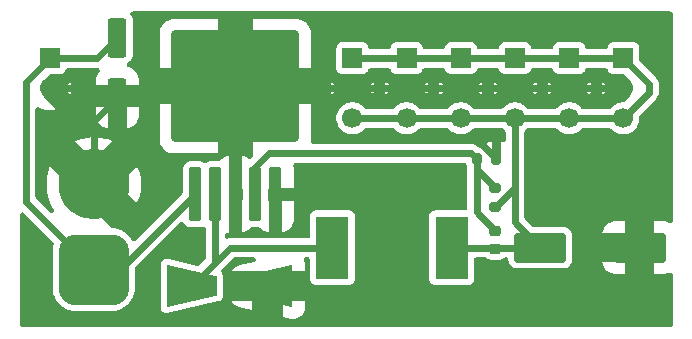
<source format=gbr>
%TF.GenerationSoftware,KiCad,Pcbnew,9.0.1*%
%TF.CreationDate,2025-04-11T16:24:36+02:00*%
%TF.ProjectId,Alimentation_DC_DC,416c696d-656e-4746-9174-696f6e5f4443,rev?*%
%TF.SameCoordinates,Original*%
%TF.FileFunction,Copper,L1,Top*%
%TF.FilePolarity,Positive*%
%FSLAX46Y46*%
G04 Gerber Fmt 4.6, Leading zero omitted, Abs format (unit mm)*
G04 Created by KiCad (PCBNEW 9.0.1) date 2025-04-11 16:24:36*
%MOMM*%
%LPD*%
G01*
G04 APERTURE LIST*
G04 Aperture macros list*
%AMRoundRect*
0 Rectangle with rounded corners*
0 $1 Rounding radius*
0 $2 $3 $4 $5 $6 $7 $8 $9 X,Y pos of 4 corners*
0 Add a 4 corners polygon primitive as box body*
4,1,4,$2,$3,$4,$5,$6,$7,$8,$9,$2,$3,0*
0 Add four circle primitives for the rounded corners*
1,1,$1+$1,$2,$3*
1,1,$1+$1,$4,$5*
1,1,$1+$1,$6,$7*
1,1,$1+$1,$8,$9*
0 Add four rect primitives between the rounded corners*
20,1,$1+$1,$2,$3,$4,$5,0*
20,1,$1+$1,$4,$5,$6,$7,0*
20,1,$1+$1,$6,$7,$8,$9,0*
20,1,$1+$1,$8,$9,$2,$3,0*%
%AMOutline4P*
0 Free polygon, 4 corners , with rotation*
0 The origin of the aperture is its center*
0 number of corners: always 4*
0 $1 to $8 corner X, Y*
0 $9 Rotation angle, in degrees counterclockwise*
0 create outline with 4 corners*
4,1,4,$1,$2,$3,$4,$5,$6,$7,$8,$1,$2,$9*%
G04 Aperture macros list end*
%TA.AperFunction,ComponentPad*%
%ADD10R,1.700000X1.700000*%
%TD*%
%TA.AperFunction,ComponentPad*%
%ADD11C,1.700000*%
%TD*%
%TA.AperFunction,SMDPad,CuDef*%
%ADD12RoundRect,0.250000X0.300000X-2.050000X0.300000X2.050000X-0.300000X2.050000X-0.300000X-2.050000X0*%
%TD*%
%TA.AperFunction,SMDPad,CuDef*%
%ADD13RoundRect,0.250002X5.149998X-4.449998X5.149998X4.449998X-5.149998X4.449998X-5.149998X-4.449998X0*%
%TD*%
%TA.AperFunction,SMDPad,CuDef*%
%ADD14RoundRect,0.200000X-0.200000X-0.275000X0.200000X-0.275000X0.200000X0.275000X-0.200000X0.275000X0*%
%TD*%
%TA.AperFunction,SMDPad,CuDef*%
%ADD15RoundRect,0.200000X-0.275000X0.200000X-0.275000X-0.200000X0.275000X-0.200000X0.275000X0.200000X0*%
%TD*%
%TA.AperFunction,SMDPad,CuDef*%
%ADD16R,2.800000X5.300000*%
%TD*%
%TA.AperFunction,ComponentPad*%
%ADD17RoundRect,1.500000X1.500000X-1.500000X1.500000X1.500000X-1.500000X1.500000X-1.500000X-1.500000X0*%
%TD*%
%TA.AperFunction,ComponentPad*%
%ADD18C,6.000000*%
%TD*%
%TA.AperFunction,SMDPad,CuDef*%
%ADD19Outline4P,-2.150000X-1.800000X2.150000X-0.800000X2.150000X0.800000X-2.150000X1.800000X0.000000*%
%TD*%
%TA.AperFunction,SMDPad,CuDef*%
%ADD20Outline4P,-2.150000X-1.800000X2.150000X-0.800000X2.150000X0.800000X-2.150000X1.800000X180.000000*%
%TD*%
%TA.AperFunction,SMDPad,CuDef*%
%ADD21RoundRect,0.225000X0.250000X-0.225000X0.250000X0.225000X-0.250000X0.225000X-0.250000X-0.225000X0*%
%TD*%
%TA.AperFunction,SMDPad,CuDef*%
%ADD22RoundRect,0.250000X-0.550000X1.412500X-0.550000X-1.412500X0.550000X-1.412500X0.550000X1.412500X0*%
%TD*%
%TA.AperFunction,SMDPad,CuDef*%
%ADD23RoundRect,0.250000X-1.950000X-1.000000X1.950000X-1.000000X1.950000X1.000000X-1.950000X1.000000X0*%
%TD*%
%TA.AperFunction,Conductor*%
%ADD24C,0.600000*%
%TD*%
G04 APERTURE END LIST*
D10*
%TO.P,J8,1,Pin_1*%
%TO.N,Net-(J1-Pin_1)*%
X133750000Y-66975000D03*
D11*
%TO.P,J8,2,Pin_2*%
%TO.N,GND*%
X133750000Y-69515000D03*
%TD*%
D12*
%TO.P,U1,1,VIN*%
%TO.N,Net-(J1-Pin_1)*%
X146075000Y-78475000D03*
%TO.P,U1,2,OUT*%
%TO.N,Net-(D1-K)*%
X147775000Y-78475000D03*
%TO.P,U1,3,GND*%
%TO.N,GND*%
X149475000Y-78475000D03*
D13*
X149475000Y-69325000D03*
D12*
%TO.P,U1,4,FB*%
%TO.N,Net-(U1-FB)*%
X151175000Y-78475000D03*
%TO.P,U1,5,~{ON}/OFF*%
%TO.N,GND*%
X152875000Y-78475000D03*
%TD*%
D14*
%TO.P,R2,1*%
%TO.N,Net-(U1-FB)*%
X169925000Y-75500000D03*
%TO.P,R2,2*%
%TO.N,GND*%
X171575000Y-75500000D03*
%TD*%
D15*
%TO.P,R1,1*%
%TO.N,Net-(U1-FB)*%
X171500000Y-77925000D03*
%TO.P,R1,2*%
%TO.N,Net-(J2-Pin_1)*%
X171500000Y-79575000D03*
%TD*%
D16*
%TO.P,L1,1,1*%
%TO.N,Net-(D1-K)*%
X157700000Y-83000000D03*
%TO.P,L1,2,2*%
%TO.N,Net-(J2-Pin_1)*%
X167800000Y-83000000D03*
%TD*%
D10*
%TO.P,J7,1,Pin_1*%
%TO.N,Net-(J2-Pin_1)*%
X182340000Y-66960000D03*
D11*
%TO.P,J7,2,Pin_2*%
%TO.N,GND*%
X182340000Y-69500000D03*
%TO.P,J7,3,Pin_3*%
%TO.N,Net-(J2-Pin_1)*%
X182340000Y-72040000D03*
%TD*%
D10*
%TO.P,J6,1,Pin_1*%
%TO.N,Net-(J2-Pin_1)*%
X177750000Y-66960000D03*
D11*
%TO.P,J6,2,Pin_2*%
%TO.N,GND*%
X177750000Y-69500000D03*
%TO.P,J6,3,Pin_3*%
%TO.N,Net-(J2-Pin_1)*%
X177750000Y-72040000D03*
%TD*%
D10*
%TO.P,J5,1,Pin_1*%
%TO.N,Net-(J2-Pin_1)*%
X173160000Y-66960000D03*
D11*
%TO.P,J5,2,Pin_2*%
%TO.N,GND*%
X173160000Y-69500000D03*
%TO.P,J5,3,Pin_3*%
%TO.N,Net-(J2-Pin_1)*%
X173160000Y-72040000D03*
%TD*%
D10*
%TO.P,J4,1,Pin_1*%
%TO.N,Net-(J2-Pin_1)*%
X168570000Y-66960000D03*
D11*
%TO.P,J4,2,Pin_2*%
%TO.N,GND*%
X168570000Y-69500000D03*
%TO.P,J4,3,Pin_3*%
%TO.N,Net-(J2-Pin_1)*%
X168570000Y-72040000D03*
%TD*%
D10*
%TO.P,J3,1,Pin_1*%
%TO.N,Net-(J2-Pin_1)*%
X163980000Y-66960000D03*
D11*
%TO.P,J3,2,Pin_2*%
%TO.N,GND*%
X163980000Y-69500000D03*
%TO.P,J3,3,Pin_3*%
%TO.N,Net-(J2-Pin_1)*%
X163980000Y-72040000D03*
%TD*%
D10*
%TO.P,J2,1,Pin_1*%
%TO.N,Net-(J2-Pin_1)*%
X159390000Y-66960000D03*
D11*
%TO.P,J2,2,Pin_2*%
%TO.N,GND*%
X159390000Y-69500000D03*
%TO.P,J2,3,Pin_3*%
%TO.N,Net-(J2-Pin_1)*%
X159390000Y-72040000D03*
%TD*%
D17*
%TO.P,J1,1,Pin_1*%
%TO.N,Net-(J1-Pin_1)*%
X137500000Y-84850000D03*
D18*
%TO.P,J1,2,Pin_2*%
%TO.N,GND*%
X137500000Y-77650000D03*
%TD*%
D19*
%TO.P,D1,1,K*%
%TO.N,Net-(D1-K)*%
X145800000Y-86250000D03*
D20*
%TO.P,D1,2,A*%
%TO.N,GND*%
X152200000Y-86250000D03*
%TD*%
D21*
%TO.P,C3,1*%
%TO.N,Net-(J2-Pin_1)*%
X171500000Y-83100000D03*
%TO.P,C3,2*%
%TO.N,Net-(U1-FB)*%
X171500000Y-81550000D03*
%TD*%
D22*
%TO.P,C2,1*%
%TO.N,Net-(J1-Pin_1)*%
X139500000Y-65212500D03*
%TO.P,C2,2*%
%TO.N,GND*%
X139500000Y-70287500D03*
%TD*%
D23*
%TO.P,C1,1*%
%TO.N,Net-(J2-Pin_1)*%
X175300000Y-83000000D03*
%TO.P,C1,2*%
%TO.N,GND*%
X183700000Y-83000000D03*
%TD*%
D24*
%TO.N,Net-(J1-Pin_1)*%
X137500000Y-84850000D02*
X131750000Y-79100000D01*
X131750000Y-79100000D02*
X131750000Y-68975000D01*
X131750000Y-68975000D02*
X133750000Y-66975000D01*
%TO.N,GND*%
X156750000Y-69500000D02*
X156750000Y-73250000D01*
X156750000Y-73250000D02*
X157250000Y-73750000D01*
X157250000Y-73750000D02*
X169825000Y-73750000D01*
X169825000Y-73750000D02*
X171575000Y-75500000D01*
X182340000Y-69500000D02*
X156750000Y-69500000D01*
%TO.N,Net-(J2-Pin_1)*%
X182340000Y-72040000D02*
X184510000Y-69870000D01*
X184510000Y-69870000D02*
X184510000Y-69130000D01*
X184510000Y-69130000D02*
X182340000Y-66960000D01*
%TO.N,Net-(U1-FB)*%
X151175000Y-78475000D02*
X151175000Y-76175000D01*
X151175000Y-76175000D02*
X152350000Y-75000000D01*
X152350000Y-75000000D02*
X169425000Y-75000000D01*
X169425000Y-75000000D02*
X169925000Y-75500000D01*
%TO.N,GND*%
X149475000Y-78475000D02*
X149475000Y-69325000D01*
%TO.N,Net-(U1-FB)*%
X171500000Y-81550000D02*
X169925000Y-79975000D01*
X169925000Y-79975000D02*
X169925000Y-75500000D01*
X169925000Y-75500000D02*
X169925000Y-76350000D01*
X169925000Y-76350000D02*
X171500000Y-77925000D01*
%TO.N,Net-(J2-Pin_1)*%
X175300000Y-83000000D02*
X173160000Y-80860000D01*
X173160000Y-80860000D02*
X173160000Y-77915000D01*
%TO.N,GND*%
X156750000Y-69500000D02*
X140287500Y-69500000D01*
X140287500Y-69500000D02*
X139500000Y-70287500D01*
X133750000Y-69515000D02*
X138727500Y-69515000D01*
X138727500Y-69515000D02*
X139500000Y-70287500D01*
X137500000Y-77650000D02*
X137500000Y-72287500D01*
X137500000Y-72287500D02*
X139500000Y-70287500D01*
%TO.N,Net-(J1-Pin_1)*%
X133750000Y-66975000D02*
X137737500Y-66975000D01*
X137737500Y-66975000D02*
X139500000Y-65212500D01*
%TO.N,Net-(J2-Pin_1)*%
X159390000Y-66960000D02*
X182340000Y-66960000D01*
X159390000Y-72040000D02*
X182340000Y-72040000D01*
X173160000Y-72040000D02*
X173160000Y-77915000D01*
X173160000Y-77915000D02*
X171500000Y-79575000D01*
X175300000Y-83000000D02*
X171600000Y-83000000D01*
X171600000Y-83000000D02*
X171500000Y-83100000D01*
X167800000Y-83000000D02*
X171400000Y-83000000D01*
X171400000Y-83000000D02*
X171500000Y-83100000D01*
%TO.N,Net-(D1-K)*%
X147775000Y-84275000D02*
X149050000Y-83000000D01*
X149050000Y-83000000D02*
X157700000Y-83000000D01*
X145800000Y-86250000D02*
X147775000Y-84275000D01*
X147775000Y-84275000D02*
X147775000Y-78475000D01*
%TO.N,Net-(J1-Pin_1)*%
X137500000Y-84850000D02*
X139700000Y-84850000D01*
X139700000Y-84850000D02*
X146075000Y-78475000D01*
%TD*%
%TA.AperFunction,Conductor*%
%TO.N,GND*%
G36*
X186386843Y-63020207D02*
G01*
X186456084Y-63075426D01*
X186494511Y-63155218D01*
X186499500Y-63199500D01*
X186499500Y-80703999D01*
X186479793Y-80790342D01*
X186424574Y-80859583D01*
X186344782Y-80898010D01*
X186256218Y-80898010D01*
X186218202Y-80885184D01*
X186064516Y-80815376D01*
X186064509Y-80815374D01*
X185846338Y-80760401D01*
X185714183Y-80750000D01*
X184950000Y-80750000D01*
X184950000Y-85249999D01*
X185714183Y-85249999D01*
X185846331Y-85239599D01*
X186064515Y-85184623D01*
X186218201Y-85114815D01*
X186304964Y-85097050D01*
X186390843Y-85118689D01*
X186458829Y-85175447D01*
X186495455Y-85256082D01*
X186499500Y-85296000D01*
X186499500Y-89550500D01*
X186479793Y-89636843D01*
X186424574Y-89706084D01*
X186344782Y-89744511D01*
X186300500Y-89749500D01*
X131449500Y-89749500D01*
X131363157Y-89729793D01*
X131293916Y-89674574D01*
X131255489Y-89594782D01*
X131250500Y-89550500D01*
X131250500Y-88879009D01*
X153500000Y-88879009D01*
X154176123Y-89036248D01*
X154311572Y-89054421D01*
X154514540Y-89041597D01*
X154710780Y-88988177D01*
X154710789Y-88988174D01*
X154892252Y-88896347D01*
X154892254Y-88896345D01*
X155051521Y-88769867D01*
X155051522Y-88769865D01*
X155182063Y-88613922D01*
X155182069Y-88613914D01*
X155278550Y-88434880D01*
X155278555Y-88434869D01*
X155337019Y-88240087D01*
X155349999Y-88104053D01*
X155350000Y-88104051D01*
X155350000Y-87550000D01*
X153500000Y-87550000D01*
X153500000Y-88879009D01*
X131250500Y-88879009D01*
X131250500Y-80213006D01*
X131270207Y-80126663D01*
X131325426Y-80057422D01*
X131405218Y-80018995D01*
X131493782Y-80018995D01*
X131573574Y-80057422D01*
X131590214Y-80072292D01*
X134046932Y-82529010D01*
X134094051Y-82603998D01*
X134103967Y-82692005D01*
X134092671Y-82739266D01*
X134075631Y-82784951D01*
X134075628Y-82784962D01*
X134014804Y-83064570D01*
X133999500Y-83278551D01*
X133999500Y-86421448D01*
X134014803Y-86635427D01*
X134075631Y-86915048D01*
X134175633Y-87183161D01*
X134312771Y-87434311D01*
X134312774Y-87434315D01*
X134484261Y-87663395D01*
X134484265Y-87663399D01*
X134484268Y-87663403D01*
X134686596Y-87865731D01*
X134686599Y-87865733D01*
X134686605Y-87865739D01*
X134837306Y-87978552D01*
X134915688Y-88037228D01*
X135027088Y-88098057D01*
X135166839Y-88174367D01*
X135434954Y-88274369D01*
X135714572Y-88335196D01*
X135928552Y-88350500D01*
X135928564Y-88350500D01*
X139071436Y-88350500D01*
X139071448Y-88350500D01*
X139285428Y-88335196D01*
X139565046Y-88274369D01*
X139833161Y-88174367D01*
X140084315Y-88037226D01*
X140313395Y-87865739D01*
X140515739Y-87663395D01*
X140687226Y-87434315D01*
X140824367Y-87183161D01*
X140924369Y-86915046D01*
X140985196Y-86635428D01*
X141000500Y-86421448D01*
X141000500Y-84764005D01*
X141020207Y-84677662D01*
X141058783Y-84623294D01*
X144815919Y-80866157D01*
X144890905Y-80819040D01*
X144978912Y-80809124D01*
X145062505Y-80838375D01*
X145125129Y-80900999D01*
X145125967Y-80902345D01*
X145182288Y-80993656D01*
X145306344Y-81117712D01*
X145455666Y-81209814D01*
X145622203Y-81264999D01*
X145724991Y-81275500D01*
X146425008Y-81275499D01*
X146527797Y-81264999D01*
X146694334Y-81209814D01*
X146694336Y-81209812D01*
X146705335Y-81206168D01*
X146705958Y-81208050D01*
X146777970Y-81192552D01*
X146864061Y-81213330D01*
X146932612Y-81269403D01*
X146970045Y-81349666D01*
X146974500Y-81391537D01*
X146974500Y-83860993D01*
X146954793Y-83947336D01*
X146916214Y-84001707D01*
X146431288Y-84486632D01*
X146356299Y-84533751D01*
X146268293Y-84543667D01*
X146245498Y-84539746D01*
X143868706Y-83987005D01*
X143709520Y-83949985D01*
X143709519Y-83949984D01*
X143709511Y-83949983D01*
X143709509Y-83949982D01*
X143671662Y-83944816D01*
X143528458Y-83959177D01*
X143395097Y-84013304D01*
X143395095Y-84013305D01*
X143282393Y-84102803D01*
X143282391Y-84102805D01*
X143199469Y-84220433D01*
X143199468Y-84220435D01*
X143199467Y-84220437D01*
X143176254Y-84288551D01*
X143153041Y-84356668D01*
X143149500Y-84394714D01*
X143149500Y-88105291D01*
X143153041Y-88143331D01*
X143153043Y-88143340D01*
X143186014Y-88240087D01*
X143199467Y-88279563D01*
X143282393Y-88397194D01*
X143329835Y-88434869D01*
X143395099Y-88486698D01*
X143528451Y-88540819D01*
X143528456Y-88540821D01*
X143671660Y-88555183D01*
X143671661Y-88555182D01*
X143671664Y-88555183D01*
X143709500Y-88550018D01*
X143709503Y-88550017D01*
X143709512Y-88550016D01*
X148009580Y-87550000D01*
X149182272Y-87550000D01*
X149203652Y-87592249D01*
X149330134Y-87751522D01*
X149486077Y-87882063D01*
X149486085Y-87882069D01*
X149665123Y-87978552D01*
X149762537Y-88009834D01*
X150900000Y-88274359D01*
X150900000Y-87550000D01*
X149182272Y-87550000D01*
X148009580Y-87550000D01*
X148104472Y-87527932D01*
X148154107Y-87509821D01*
X148179561Y-87500534D01*
X148179561Y-87500533D01*
X148179563Y-87500533D01*
X148297194Y-87417608D01*
X148386697Y-87304901D01*
X148440822Y-87171544D01*
X148450500Y-87092198D01*
X148450500Y-85407803D01*
X148440821Y-85328456D01*
X148440820Y-85328454D01*
X148440820Y-85328452D01*
X148386697Y-85195098D01*
X148346986Y-85145094D01*
X148320138Y-85111285D01*
X148315337Y-85101264D01*
X148307479Y-85093406D01*
X148296387Y-85061708D01*
X148281875Y-85031416D01*
X148281897Y-85020300D01*
X148278228Y-85009813D01*
X148281987Y-84976441D01*
X148282056Y-84942853D01*
X148286897Y-84932851D01*
X148288142Y-84921807D01*
X148306010Y-84893369D01*
X148320645Y-84863139D01*
X148335253Y-84846823D01*
X148396789Y-84785289D01*
X148396789Y-84785288D01*
X149323291Y-83858786D01*
X149398280Y-83811667D01*
X149464005Y-83800500D01*
X150993863Y-83800500D01*
X151080206Y-83820207D01*
X151149447Y-83875426D01*
X151187874Y-83955218D01*
X151187874Y-84043782D01*
X151149447Y-84123574D01*
X151080206Y-84178793D01*
X151038939Y-84193328D01*
X149762536Y-84490165D01*
X149762520Y-84490170D01*
X149665123Y-84521446D01*
X149486082Y-84617932D01*
X149486077Y-84617936D01*
X149330134Y-84748477D01*
X149330132Y-84748478D01*
X149203653Y-84907746D01*
X149182271Y-84949999D01*
X149182271Y-84950000D01*
X155350000Y-84950000D01*
X155350000Y-84395954D01*
X155349999Y-84395951D01*
X155337020Y-84259918D01*
X155337018Y-84259908D01*
X155276027Y-84056710D01*
X155270080Y-83968346D01*
X155303061Y-83886153D01*
X155368439Y-83826410D01*
X155453263Y-83800949D01*
X155466626Y-83800500D01*
X155600501Y-83800500D01*
X155686844Y-83820207D01*
X155756085Y-83875426D01*
X155794512Y-83955218D01*
X155799501Y-83999500D01*
X155799501Y-85697876D01*
X155805908Y-85757481D01*
X155856203Y-85892329D01*
X155856207Y-85892335D01*
X155942453Y-86007546D01*
X156028219Y-86071750D01*
X156057669Y-86093796D01*
X156192517Y-86144091D01*
X156252127Y-86150500D01*
X159147872Y-86150499D01*
X159147876Y-86150499D01*
X159187612Y-86146227D01*
X159207483Y-86144091D01*
X159342331Y-86093796D01*
X159457546Y-86007546D01*
X159543796Y-85892331D01*
X159594091Y-85757483D01*
X159600500Y-85697873D01*
X159600499Y-80302128D01*
X159600499Y-80302127D01*
X159600499Y-80302123D01*
X159594091Y-80242518D01*
X159543796Y-80107670D01*
X159543796Y-80107669D01*
X159467669Y-80005976D01*
X159457546Y-79992453D01*
X159342335Y-79906207D01*
X159342331Y-79906204D01*
X159207483Y-79855909D01*
X159147873Y-79849500D01*
X159147867Y-79849500D01*
X156252123Y-79849500D01*
X156192518Y-79855908D01*
X156057670Y-79906203D01*
X156057664Y-79906207D01*
X155942453Y-79992453D01*
X155856207Y-80107664D01*
X155856204Y-80107669D01*
X155805909Y-80242517D01*
X155799500Y-80302127D01*
X155799500Y-80302128D01*
X155799500Y-80302132D01*
X155799500Y-82000500D01*
X155779793Y-82086843D01*
X155724574Y-82156084D01*
X155644782Y-82194511D01*
X155600500Y-82199500D01*
X149128842Y-82199500D01*
X148971157Y-82199500D01*
X148937230Y-82206248D01*
X148903303Y-82212997D01*
X148813323Y-82230895D01*
X148771803Y-82229730D01*
X148730218Y-82229730D01*
X148727645Y-82228491D01*
X148724794Y-82228411D01*
X148687876Y-82209338D01*
X148650426Y-82191303D01*
X148648646Y-82189072D01*
X148646111Y-82187762D01*
X148621122Y-82154558D01*
X148595207Y-82122062D01*
X148594571Y-82119278D01*
X148592856Y-82116999D01*
X148575500Y-82035719D01*
X148575500Y-81918375D01*
X148595207Y-81832032D01*
X148650426Y-81762791D01*
X148730218Y-81724364D01*
X148818782Y-81724364D01*
X148823123Y-81725407D01*
X148924999Y-81751077D01*
X148925000Y-81751077D01*
X148925000Y-75230000D01*
X150025000Y-75230000D01*
X150025000Y-77925000D01*
X150066214Y-77966214D01*
X150113333Y-78041202D01*
X150124500Y-78106928D01*
X150124500Y-78843071D01*
X150104793Y-78929414D01*
X150066215Y-78983785D01*
X150025000Y-79025000D01*
X150025000Y-81751077D01*
X150189509Y-81709625D01*
X150189511Y-81709624D01*
X150394378Y-81616569D01*
X150579331Y-81488434D01*
X150579338Y-81488428D01*
X150733979Y-81333786D01*
X150808967Y-81286667D01*
X150874688Y-81275499D01*
X151475304Y-81275499D01*
X151561647Y-81295206D01*
X151616018Y-81333785D01*
X151770661Y-81488428D01*
X151770668Y-81488434D01*
X151955621Y-81616569D01*
X152160488Y-81709624D01*
X152160490Y-81709625D01*
X152324999Y-81751077D01*
X152325000Y-81751077D01*
X153425000Y-81751077D01*
X153589509Y-81709625D01*
X153589511Y-81709624D01*
X153794378Y-81616569D01*
X153979331Y-81488434D01*
X153979338Y-81488428D01*
X154138428Y-81329338D01*
X154138434Y-81329331D01*
X154266569Y-81144378D01*
X154359624Y-80939511D01*
X154359625Y-80939509D01*
X154414598Y-80721338D01*
X154425000Y-80589182D01*
X154425000Y-79025000D01*
X153425000Y-79025000D01*
X153425000Y-81751077D01*
X152325000Y-81751077D01*
X152325000Y-79025000D01*
X152283785Y-78983785D01*
X152236666Y-78908797D01*
X152225499Y-78843074D01*
X152225499Y-78123998D01*
X152245206Y-78037657D01*
X152300425Y-77968416D01*
X152380217Y-77929989D01*
X152424499Y-77925000D01*
X154424999Y-77925000D01*
X154424999Y-76360816D01*
X154414599Y-76228668D01*
X154369107Y-76048123D01*
X154367121Y-75959582D01*
X154403747Y-75878947D01*
X154471733Y-75822189D01*
X154557612Y-75800550D01*
X154562076Y-75800500D01*
X168852797Y-75800500D01*
X168882885Y-75807367D01*
X168913629Y-75810026D01*
X168925586Y-75817113D01*
X168939140Y-75820207D01*
X168963269Y-75839449D01*
X168989814Y-75855184D01*
X168996529Y-75865974D01*
X169008381Y-75875426D01*
X169038862Y-75928925D01*
X169040996Y-75934551D01*
X169081522Y-76064606D01*
X169105153Y-76103696D01*
X169111565Y-76120600D01*
X169115235Y-76147001D01*
X169123604Y-76172310D01*
X169124500Y-76191175D01*
X169124500Y-79650500D01*
X169104793Y-79736843D01*
X169049574Y-79806084D01*
X168969782Y-79844511D01*
X168925500Y-79849500D01*
X166352123Y-79849500D01*
X166292518Y-79855908D01*
X166157670Y-79906203D01*
X166157664Y-79906207D01*
X166042453Y-79992453D01*
X165956207Y-80107664D01*
X165956204Y-80107669D01*
X165905909Y-80242517D01*
X165899500Y-80302127D01*
X165899500Y-80302128D01*
X165899500Y-80302132D01*
X165899500Y-85697876D01*
X165905908Y-85757481D01*
X165956203Y-85892329D01*
X165956207Y-85892335D01*
X166042453Y-86007546D01*
X166128219Y-86071750D01*
X166157669Y-86093796D01*
X166292517Y-86144091D01*
X166352127Y-86150500D01*
X169247872Y-86150499D01*
X169247876Y-86150499D01*
X169287612Y-86146227D01*
X169307483Y-86144091D01*
X169442331Y-86093796D01*
X169557546Y-86007546D01*
X169643796Y-85892331D01*
X169694091Y-85757483D01*
X169700500Y-85697873D01*
X169700500Y-83999500D01*
X169720207Y-83913157D01*
X169775426Y-83843916D01*
X169855218Y-83805489D01*
X169899500Y-83800500D01*
X170617059Y-83800500D01*
X170703402Y-83820207D01*
X170757773Y-83858786D01*
X170796951Y-83897964D01*
X170796953Y-83897965D01*
X170796956Y-83897968D01*
X170896192Y-83959178D01*
X170941306Y-83987005D01*
X171102285Y-84040347D01*
X171102286Y-84040347D01*
X171102292Y-84040349D01*
X171201655Y-84050500D01*
X171798344Y-84050499D01*
X171897708Y-84040349D01*
X171897712Y-84040348D01*
X172058693Y-83987005D01*
X172058695Y-83987003D01*
X172058697Y-83987003D01*
X172203044Y-83897968D01*
X172214859Y-83886153D01*
X172242227Y-83858786D01*
X172270496Y-83841022D01*
X172296598Y-83820207D01*
X172307631Y-83817688D01*
X172317215Y-83811667D01*
X172382941Y-83800500D01*
X172400501Y-83800500D01*
X172486844Y-83820207D01*
X172556085Y-83875426D01*
X172594512Y-83955218D01*
X172599501Y-83999500D01*
X172599501Y-84050013D01*
X172610000Y-84152795D01*
X172632413Y-84220433D01*
X172665186Y-84319334D01*
X172757288Y-84468656D01*
X172881344Y-84592712D01*
X173030666Y-84684814D01*
X173197203Y-84739999D01*
X173299991Y-84750500D01*
X177300008Y-84750499D01*
X177402797Y-84739999D01*
X177569334Y-84684814D01*
X177718656Y-84592712D01*
X177842712Y-84468656D01*
X177934814Y-84319334D01*
X177957789Y-84250000D01*
X180523922Y-84250000D01*
X180565374Y-84414509D01*
X180565375Y-84414511D01*
X180658430Y-84619378D01*
X180786565Y-84804331D01*
X180786571Y-84804338D01*
X180945661Y-84963428D01*
X180945668Y-84963434D01*
X181130621Y-85091569D01*
X181335488Y-85184624D01*
X181335490Y-85184625D01*
X181553661Y-85239598D01*
X181685816Y-85249999D01*
X182449999Y-85249999D01*
X182450000Y-85249998D01*
X182450000Y-84250000D01*
X180523922Y-84250000D01*
X177957789Y-84250000D01*
X177989999Y-84152797D01*
X178000500Y-84050009D01*
X178000499Y-81949992D01*
X177989999Y-81847203D01*
X177957789Y-81749999D01*
X180523922Y-81749999D01*
X180523923Y-81750000D01*
X182450000Y-81750000D01*
X182450000Y-80750000D01*
X181685816Y-80750000D01*
X181553668Y-80760400D01*
X181335484Y-80815376D01*
X181130621Y-80908430D01*
X180945668Y-81036565D01*
X180945661Y-81036571D01*
X180786571Y-81195661D01*
X180786565Y-81195668D01*
X180658430Y-81380621D01*
X180565375Y-81585488D01*
X180565374Y-81585490D01*
X180523922Y-81749999D01*
X177957789Y-81749999D01*
X177934814Y-81680666D01*
X177842712Y-81531344D01*
X177718656Y-81407288D01*
X177599488Y-81333785D01*
X177569336Y-81315187D01*
X177569334Y-81315186D01*
X177402801Y-81260002D01*
X177402799Y-81260001D01*
X177402797Y-81260001D01*
X177300009Y-81249500D01*
X177300000Y-81249500D01*
X174764006Y-81249500D01*
X174677663Y-81229793D01*
X174623292Y-81191214D01*
X174018786Y-80586708D01*
X173971667Y-80511720D01*
X173960500Y-80445994D01*
X173960500Y-73229108D01*
X173980207Y-73142765D01*
X174018786Y-73088393D01*
X174029856Y-73077322D01*
X174039792Y-73070104D01*
X174190104Y-72919792D01*
X174197320Y-72909859D01*
X174208395Y-72898785D01*
X174232959Y-72883350D01*
X174254806Y-72864263D01*
X174270020Y-72860063D01*
X174283384Y-72851667D01*
X174312214Y-72848418D01*
X174340177Y-72840701D01*
X174349109Y-72840500D01*
X176560891Y-72840500D01*
X176647234Y-72860207D01*
X176714660Y-72913979D01*
X176714817Y-72913846D01*
X176715507Y-72914654D01*
X176716475Y-72915426D01*
X176719013Y-72918759D01*
X176719891Y-72919787D01*
X176719895Y-72919791D01*
X176719896Y-72919792D01*
X176870208Y-73070104D01*
X177042184Y-73195051D01*
X177109025Y-73229108D01*
X177231581Y-73291554D01*
X177231584Y-73291555D01*
X177231588Y-73291557D01*
X177433757Y-73357246D01*
X177643713Y-73390500D01*
X177856287Y-73390500D01*
X178066243Y-73357246D01*
X178268412Y-73291557D01*
X178457816Y-73195051D01*
X178629792Y-73070104D01*
X178780104Y-72919792D01*
X178780108Y-72919787D01*
X178785183Y-72913846D01*
X178786635Y-72915086D01*
X178844806Y-72864263D01*
X178930177Y-72840701D01*
X178939109Y-72840500D01*
X181150891Y-72840500D01*
X181237234Y-72860207D01*
X181304660Y-72913979D01*
X181304817Y-72913846D01*
X181305507Y-72914654D01*
X181306475Y-72915426D01*
X181309013Y-72918759D01*
X181309891Y-72919787D01*
X181309895Y-72919791D01*
X181309896Y-72919792D01*
X181460208Y-73070104D01*
X181632184Y-73195051D01*
X181699025Y-73229108D01*
X181821581Y-73291554D01*
X181821584Y-73291555D01*
X181821588Y-73291557D01*
X182023757Y-73357246D01*
X182233713Y-73390500D01*
X182446287Y-73390500D01*
X182656243Y-73357246D01*
X182858412Y-73291557D01*
X183047816Y-73195051D01*
X183219792Y-73070104D01*
X183370104Y-72919792D01*
X183495051Y-72747816D01*
X183591557Y-72558412D01*
X183657246Y-72356243D01*
X183690500Y-72146287D01*
X183690500Y-71933713D01*
X183690499Y-71933707D01*
X183689886Y-71925918D01*
X183691793Y-71925767D01*
X183696981Y-71848711D01*
X183740680Y-71771680D01*
X183746842Y-71765234D01*
X185131788Y-70380290D01*
X185131789Y-70380289D01*
X185219394Y-70249179D01*
X185279737Y-70103497D01*
X185310500Y-69948842D01*
X185310500Y-69051158D01*
X185310086Y-69049075D01*
X185279738Y-68896505D01*
X185279595Y-68896160D01*
X185279578Y-68896118D01*
X185262064Y-68853838D01*
X185262063Y-68853834D01*
X185219393Y-68750819D01*
X185219392Y-68750817D01*
X185171178Y-68678661D01*
X185131789Y-68619711D01*
X185020289Y-68508211D01*
X183748785Y-67236707D01*
X183701666Y-67161719D01*
X183690499Y-67095993D01*
X183690499Y-66062123D01*
X183684091Y-66002518D01*
X183639391Y-65882669D01*
X183633796Y-65867669D01*
X183611750Y-65838219D01*
X183547546Y-65752453D01*
X183432335Y-65666207D01*
X183432331Y-65666204D01*
X183297483Y-65615909D01*
X183237873Y-65609500D01*
X183237867Y-65609500D01*
X181442123Y-65609500D01*
X181382518Y-65615908D01*
X181247670Y-65666203D01*
X181247664Y-65666207D01*
X181132453Y-65752453D01*
X181046207Y-65867664D01*
X181046204Y-65867669D01*
X180995907Y-66002521D01*
X180995021Y-66006273D01*
X180992890Y-66010612D01*
X180991559Y-66014181D01*
X180991202Y-66014048D01*
X180955982Y-66085768D01*
X180886318Y-66140452D01*
X180801357Y-66159500D01*
X179288643Y-66159500D01*
X179202300Y-66139793D01*
X179133059Y-66084574D01*
X179098768Y-66014060D01*
X179098442Y-66014182D01*
X179097173Y-66010780D01*
X179094977Y-66006264D01*
X179094092Y-66002519D01*
X179049391Y-65882670D01*
X179043796Y-65867669D01*
X179021750Y-65838219D01*
X178957546Y-65752453D01*
X178842335Y-65666207D01*
X178842331Y-65666204D01*
X178707483Y-65615909D01*
X178647873Y-65609500D01*
X178647867Y-65609500D01*
X176852123Y-65609500D01*
X176792518Y-65615908D01*
X176657670Y-65666203D01*
X176657664Y-65666207D01*
X176542453Y-65752453D01*
X176456207Y-65867664D01*
X176456204Y-65867669D01*
X176405907Y-66002521D01*
X176405021Y-66006273D01*
X176402890Y-66010612D01*
X176401559Y-66014181D01*
X176401202Y-66014048D01*
X176365982Y-66085768D01*
X176296318Y-66140452D01*
X176211357Y-66159500D01*
X174698643Y-66159500D01*
X174612300Y-66139793D01*
X174543059Y-66084574D01*
X174508768Y-66014060D01*
X174508442Y-66014182D01*
X174507173Y-66010780D01*
X174504977Y-66006264D01*
X174504092Y-66002519D01*
X174459391Y-65882670D01*
X174453796Y-65867669D01*
X174431750Y-65838219D01*
X174367546Y-65752453D01*
X174252335Y-65666207D01*
X174252331Y-65666204D01*
X174117483Y-65615909D01*
X174057873Y-65609500D01*
X174057867Y-65609500D01*
X172262123Y-65609500D01*
X172202518Y-65615908D01*
X172067670Y-65666203D01*
X172067664Y-65666207D01*
X171952453Y-65752453D01*
X171866207Y-65867664D01*
X171866204Y-65867669D01*
X171815907Y-66002521D01*
X171815021Y-66006273D01*
X171812890Y-66010612D01*
X171811559Y-66014181D01*
X171811202Y-66014048D01*
X171775982Y-66085768D01*
X171706318Y-66140452D01*
X171621357Y-66159500D01*
X170108643Y-66159500D01*
X170022300Y-66139793D01*
X169953059Y-66084574D01*
X169918768Y-66014060D01*
X169918442Y-66014182D01*
X169917173Y-66010780D01*
X169914977Y-66006264D01*
X169914092Y-66002519D01*
X169869391Y-65882670D01*
X169863796Y-65867669D01*
X169841750Y-65838219D01*
X169777546Y-65752453D01*
X169662335Y-65666207D01*
X169662331Y-65666204D01*
X169527483Y-65615909D01*
X169467873Y-65609500D01*
X169467867Y-65609500D01*
X167672123Y-65609500D01*
X167612518Y-65615908D01*
X167477670Y-65666203D01*
X167477664Y-65666207D01*
X167362453Y-65752453D01*
X167276207Y-65867664D01*
X167276204Y-65867669D01*
X167225907Y-66002521D01*
X167225021Y-66006273D01*
X167222890Y-66010612D01*
X167221559Y-66014181D01*
X167221202Y-66014048D01*
X167185982Y-66085768D01*
X167116318Y-66140452D01*
X167031357Y-66159500D01*
X165518643Y-66159500D01*
X165432300Y-66139793D01*
X165363059Y-66084574D01*
X165328768Y-66014060D01*
X165328442Y-66014182D01*
X165327173Y-66010780D01*
X165324977Y-66006264D01*
X165324092Y-66002519D01*
X165279391Y-65882670D01*
X165273796Y-65867669D01*
X165251750Y-65838219D01*
X165187546Y-65752453D01*
X165072335Y-65666207D01*
X165072331Y-65666204D01*
X164937483Y-65615909D01*
X164877873Y-65609500D01*
X164877867Y-65609500D01*
X163082123Y-65609500D01*
X163022518Y-65615908D01*
X162887670Y-65666203D01*
X162887664Y-65666207D01*
X162772453Y-65752453D01*
X162686207Y-65867664D01*
X162686204Y-65867669D01*
X162635907Y-66002521D01*
X162635021Y-66006273D01*
X162632890Y-66010612D01*
X162631559Y-66014181D01*
X162631202Y-66014048D01*
X162595982Y-66085768D01*
X162526318Y-66140452D01*
X162441357Y-66159500D01*
X160928643Y-66159500D01*
X160842300Y-66139793D01*
X160773059Y-66084574D01*
X160738768Y-66014060D01*
X160738442Y-66014182D01*
X160737173Y-66010780D01*
X160734977Y-66006264D01*
X160734092Y-66002519D01*
X160689391Y-65882670D01*
X160683796Y-65867669D01*
X160661750Y-65838219D01*
X160597546Y-65752453D01*
X160482335Y-65666207D01*
X160482331Y-65666204D01*
X160347483Y-65615909D01*
X160287873Y-65609500D01*
X160287867Y-65609500D01*
X158492123Y-65609500D01*
X158432518Y-65615908D01*
X158297670Y-65666203D01*
X158297664Y-65666207D01*
X158182453Y-65752453D01*
X158096207Y-65867664D01*
X158096204Y-65867669D01*
X158045909Y-66002517D01*
X158039500Y-66062127D01*
X158039500Y-66062128D01*
X158039500Y-66062132D01*
X158039500Y-67857876D01*
X158045908Y-67917481D01*
X158096203Y-68052329D01*
X158096207Y-68052335D01*
X158182453Y-68167546D01*
X158202491Y-68182546D01*
X158297669Y-68253796D01*
X158432517Y-68304091D01*
X158492127Y-68310500D01*
X160287872Y-68310499D01*
X160287876Y-68310499D01*
X160327612Y-68306227D01*
X160347483Y-68304091D01*
X160482331Y-68253796D01*
X160597546Y-68167546D01*
X160683796Y-68052331D01*
X160734091Y-67917483D01*
X160734092Y-67917478D01*
X160734979Y-67913727D01*
X160737109Y-67909387D01*
X160738441Y-67905819D01*
X160738797Y-67905951D01*
X160774018Y-67834232D01*
X160843682Y-67779548D01*
X160928643Y-67760500D01*
X162441357Y-67760500D01*
X162527700Y-67780207D01*
X162596941Y-67835426D01*
X162631231Y-67905939D01*
X162631558Y-67905818D01*
X162632826Y-67909219D01*
X162635023Y-67913736D01*
X162635907Y-67917480D01*
X162686203Y-68052329D01*
X162686207Y-68052335D01*
X162772453Y-68167546D01*
X162792491Y-68182546D01*
X162887669Y-68253796D01*
X163022517Y-68304091D01*
X163082127Y-68310500D01*
X164877872Y-68310499D01*
X164877876Y-68310499D01*
X164917612Y-68306227D01*
X164937483Y-68304091D01*
X165072331Y-68253796D01*
X165187546Y-68167546D01*
X165273796Y-68052331D01*
X165324091Y-67917483D01*
X165324092Y-67917478D01*
X165324979Y-67913727D01*
X165327109Y-67909387D01*
X165328441Y-67905819D01*
X165328797Y-67905951D01*
X165364018Y-67834232D01*
X165433682Y-67779548D01*
X165518643Y-67760500D01*
X167031357Y-67760500D01*
X167117700Y-67780207D01*
X167186941Y-67835426D01*
X167221231Y-67905939D01*
X167221558Y-67905818D01*
X167222826Y-67909219D01*
X167225023Y-67913736D01*
X167225907Y-67917480D01*
X167276203Y-68052329D01*
X167276207Y-68052335D01*
X167362453Y-68167546D01*
X167382491Y-68182546D01*
X167477669Y-68253796D01*
X167612517Y-68304091D01*
X167672127Y-68310500D01*
X169467872Y-68310499D01*
X169467876Y-68310499D01*
X169507612Y-68306227D01*
X169527483Y-68304091D01*
X169662331Y-68253796D01*
X169777546Y-68167546D01*
X169863796Y-68052331D01*
X169914091Y-67917483D01*
X169914092Y-67917478D01*
X169914979Y-67913727D01*
X169917109Y-67909387D01*
X169918441Y-67905819D01*
X169918797Y-67905951D01*
X169954018Y-67834232D01*
X170023682Y-67779548D01*
X170108643Y-67760500D01*
X171621357Y-67760500D01*
X171707700Y-67780207D01*
X171776941Y-67835426D01*
X171811231Y-67905939D01*
X171811558Y-67905818D01*
X171812826Y-67909219D01*
X171815023Y-67913736D01*
X171815907Y-67917480D01*
X171866203Y-68052329D01*
X171866207Y-68052335D01*
X171952453Y-68167546D01*
X171972491Y-68182546D01*
X172067669Y-68253796D01*
X172202517Y-68304091D01*
X172262127Y-68310500D01*
X174057872Y-68310499D01*
X174057876Y-68310499D01*
X174097612Y-68306227D01*
X174117483Y-68304091D01*
X174252331Y-68253796D01*
X174367546Y-68167546D01*
X174453796Y-68052331D01*
X174504091Y-67917483D01*
X174504092Y-67917478D01*
X174504979Y-67913727D01*
X174507109Y-67909387D01*
X174508441Y-67905819D01*
X174508797Y-67905951D01*
X174544018Y-67834232D01*
X174613682Y-67779548D01*
X174698643Y-67760500D01*
X176211357Y-67760500D01*
X176297700Y-67780207D01*
X176366941Y-67835426D01*
X176401231Y-67905939D01*
X176401558Y-67905818D01*
X176402826Y-67909219D01*
X176405023Y-67913736D01*
X176405907Y-67917480D01*
X176456203Y-68052329D01*
X176456207Y-68052335D01*
X176542453Y-68167546D01*
X176562491Y-68182546D01*
X176657669Y-68253796D01*
X176792517Y-68304091D01*
X176852127Y-68310500D01*
X178647872Y-68310499D01*
X178647876Y-68310499D01*
X178687612Y-68306227D01*
X178707483Y-68304091D01*
X178842331Y-68253796D01*
X178957546Y-68167546D01*
X179043796Y-68052331D01*
X179094091Y-67917483D01*
X179094092Y-67917478D01*
X179094979Y-67913727D01*
X179097109Y-67909387D01*
X179098441Y-67905819D01*
X179098797Y-67905951D01*
X179134018Y-67834232D01*
X179203682Y-67779548D01*
X179288643Y-67760500D01*
X180801357Y-67760500D01*
X180887700Y-67780207D01*
X180956941Y-67835426D01*
X180991231Y-67905939D01*
X180991558Y-67905818D01*
X180992826Y-67909219D01*
X180995023Y-67913736D01*
X180995907Y-67917480D01*
X181046203Y-68052329D01*
X181046207Y-68052335D01*
X181132453Y-68167546D01*
X181152491Y-68182546D01*
X181247669Y-68253796D01*
X181382517Y-68304091D01*
X181442127Y-68310500D01*
X182270153Y-68310499D01*
X182356495Y-68330206D01*
X182410866Y-68368785D01*
X182800326Y-68758245D01*
X182847445Y-68833233D01*
X182857361Y-68921240D01*
X182828110Y-69004833D01*
X182800326Y-69039673D01*
X182693552Y-69146446D01*
X182647007Y-69099901D01*
X182532993Y-69034075D01*
X182405826Y-69000000D01*
X182274174Y-69000000D01*
X182147007Y-69034075D01*
X182032993Y-69099901D01*
X181939901Y-69192993D01*
X181874075Y-69307007D01*
X181840000Y-69434174D01*
X181840000Y-69565826D01*
X181874075Y-69692993D01*
X181939901Y-69807007D01*
X182032993Y-69900099D01*
X182147007Y-69965925D01*
X182274174Y-70000000D01*
X182405826Y-70000000D01*
X182532993Y-69965925D01*
X182647007Y-69900099D01*
X182693553Y-69853553D01*
X182800327Y-69960327D01*
X182847446Y-70035315D01*
X182857362Y-70123322D01*
X182828111Y-70206915D01*
X182800327Y-70241755D01*
X182410868Y-70631214D01*
X182335880Y-70678333D01*
X182270154Y-70689500D01*
X182233713Y-70689500D01*
X182023765Y-70722752D01*
X182023748Y-70722756D01*
X181821592Y-70788441D01*
X181821581Y-70788445D01*
X181632187Y-70884947D01*
X181460211Y-71009893D01*
X181309891Y-71160212D01*
X181304817Y-71166154D01*
X181303364Y-71164913D01*
X181245194Y-71215737D01*
X181159823Y-71239299D01*
X181150891Y-71239500D01*
X178939109Y-71239500D01*
X178852766Y-71219793D01*
X178785339Y-71166020D01*
X178785183Y-71166154D01*
X178784492Y-71165345D01*
X178783525Y-71164574D01*
X178780986Y-71161240D01*
X178780108Y-71160212D01*
X178707396Y-71087500D01*
X178629792Y-71009896D01*
X178457816Y-70884949D01*
X178451223Y-70881590D01*
X178268418Y-70788445D01*
X178268407Y-70788441D01*
X178066251Y-70722756D01*
X178066234Y-70722752D01*
X177856287Y-70689500D01*
X177643713Y-70689500D01*
X177433765Y-70722752D01*
X177433748Y-70722756D01*
X177231592Y-70788441D01*
X177231581Y-70788445D01*
X177042187Y-70884947D01*
X176870211Y-71009893D01*
X176719891Y-71160212D01*
X176714817Y-71166154D01*
X176713364Y-71164913D01*
X176655194Y-71215737D01*
X176569823Y-71239299D01*
X176560891Y-71239500D01*
X174349109Y-71239500D01*
X174262766Y-71219793D01*
X174195339Y-71166020D01*
X174195183Y-71166154D01*
X174194492Y-71165345D01*
X174193525Y-71164574D01*
X174190986Y-71161240D01*
X174190108Y-71160212D01*
X174117396Y-71087500D01*
X174039792Y-71009896D01*
X173867816Y-70884949D01*
X173861223Y-70881590D01*
X173678418Y-70788445D01*
X173678407Y-70788441D01*
X173476251Y-70722756D01*
X173476234Y-70722752D01*
X173266287Y-70689500D01*
X173053713Y-70689500D01*
X172843765Y-70722752D01*
X172843748Y-70722756D01*
X172641592Y-70788441D01*
X172641581Y-70788445D01*
X172452187Y-70884947D01*
X172280211Y-71009893D01*
X172129891Y-71160212D01*
X172124817Y-71166154D01*
X172123364Y-71164913D01*
X172065194Y-71215737D01*
X171979823Y-71239299D01*
X171970891Y-71239500D01*
X169759109Y-71239500D01*
X169672766Y-71219793D01*
X169605339Y-71166020D01*
X169605183Y-71166154D01*
X169604492Y-71165345D01*
X169603525Y-71164574D01*
X169600986Y-71161240D01*
X169600108Y-71160212D01*
X169527396Y-71087500D01*
X169449792Y-71009896D01*
X169277816Y-70884949D01*
X169271223Y-70881590D01*
X169088418Y-70788445D01*
X169088407Y-70788441D01*
X168886251Y-70722756D01*
X168886234Y-70722752D01*
X168676287Y-70689500D01*
X168463713Y-70689500D01*
X168253765Y-70722752D01*
X168253748Y-70722756D01*
X168051592Y-70788441D01*
X168051581Y-70788445D01*
X167862187Y-70884947D01*
X167690211Y-71009893D01*
X167539891Y-71160212D01*
X167534817Y-71166154D01*
X167533364Y-71164913D01*
X167475194Y-71215737D01*
X167389823Y-71239299D01*
X167380891Y-71239500D01*
X165169109Y-71239500D01*
X165082766Y-71219793D01*
X165015339Y-71166020D01*
X165015183Y-71166154D01*
X165014492Y-71165345D01*
X165013525Y-71164574D01*
X165010986Y-71161240D01*
X165010108Y-71160212D01*
X164937396Y-71087500D01*
X164859792Y-71009896D01*
X164687816Y-70884949D01*
X164681223Y-70881590D01*
X164498418Y-70788445D01*
X164498407Y-70788441D01*
X164296251Y-70722756D01*
X164296234Y-70722752D01*
X164086287Y-70689500D01*
X163873713Y-70689500D01*
X163663765Y-70722752D01*
X163663748Y-70722756D01*
X163461592Y-70788441D01*
X163461581Y-70788445D01*
X163272187Y-70884947D01*
X163100211Y-71009893D01*
X162949891Y-71160212D01*
X162944817Y-71166154D01*
X162943364Y-71164913D01*
X162885194Y-71215737D01*
X162799823Y-71239299D01*
X162790891Y-71239500D01*
X160579109Y-71239500D01*
X160492766Y-71219793D01*
X160425339Y-71166020D01*
X160425183Y-71166154D01*
X160424492Y-71165345D01*
X160423525Y-71164574D01*
X160420986Y-71161240D01*
X160420108Y-71160212D01*
X160347396Y-71087500D01*
X160269792Y-71009896D01*
X160097816Y-70884949D01*
X160091223Y-70881590D01*
X159908418Y-70788445D01*
X159908407Y-70788441D01*
X159706251Y-70722756D01*
X159706234Y-70722752D01*
X159496287Y-70689500D01*
X159283713Y-70689500D01*
X159073765Y-70722752D01*
X159073748Y-70722756D01*
X158871592Y-70788441D01*
X158871581Y-70788445D01*
X158682187Y-70884947D01*
X158510210Y-71009893D01*
X158359893Y-71160210D01*
X158234947Y-71332187D01*
X158138445Y-71521581D01*
X158138441Y-71521592D01*
X158072756Y-71723748D01*
X158072752Y-71723765D01*
X158039500Y-71933713D01*
X158039500Y-72146286D01*
X158072752Y-72356234D01*
X158072756Y-72356251D01*
X158138441Y-72558407D01*
X158138445Y-72558418D01*
X158191951Y-72663428D01*
X158234949Y-72747816D01*
X158300523Y-72838071D01*
X158359893Y-72919789D01*
X158510210Y-73070106D01*
X158564688Y-73109685D01*
X158682184Y-73195051D01*
X158749025Y-73229108D01*
X158871581Y-73291554D01*
X158871584Y-73291555D01*
X158871588Y-73291557D01*
X159073757Y-73357246D01*
X159283713Y-73390500D01*
X159496287Y-73390500D01*
X159706243Y-73357246D01*
X159908412Y-73291557D01*
X160097816Y-73195051D01*
X160269792Y-73070104D01*
X160420104Y-72919792D01*
X160420108Y-72919787D01*
X160425183Y-72913846D01*
X160426635Y-72915086D01*
X160484806Y-72864263D01*
X160570177Y-72840701D01*
X160579109Y-72840500D01*
X162790891Y-72840500D01*
X162877234Y-72860207D01*
X162944660Y-72913979D01*
X162944817Y-72913846D01*
X162945507Y-72914654D01*
X162946475Y-72915426D01*
X162949013Y-72918759D01*
X162949891Y-72919787D01*
X162949895Y-72919791D01*
X162949896Y-72919792D01*
X163100208Y-73070104D01*
X163272184Y-73195051D01*
X163339025Y-73229108D01*
X163461581Y-73291554D01*
X163461584Y-73291555D01*
X163461588Y-73291557D01*
X163663757Y-73357246D01*
X163873713Y-73390500D01*
X164086287Y-73390500D01*
X164296243Y-73357246D01*
X164498412Y-73291557D01*
X164687816Y-73195051D01*
X164859792Y-73070104D01*
X165010104Y-72919792D01*
X165010108Y-72919787D01*
X165015183Y-72913846D01*
X165016635Y-72915086D01*
X165074806Y-72864263D01*
X165160177Y-72840701D01*
X165169109Y-72840500D01*
X167380891Y-72840500D01*
X167467234Y-72860207D01*
X167534660Y-72913979D01*
X167534817Y-72913846D01*
X167535507Y-72914654D01*
X167536475Y-72915426D01*
X167539013Y-72918759D01*
X167539891Y-72919787D01*
X167539895Y-72919791D01*
X167539896Y-72919792D01*
X167690208Y-73070104D01*
X167862184Y-73195051D01*
X167929025Y-73229108D01*
X168051581Y-73291554D01*
X168051584Y-73291555D01*
X168051588Y-73291557D01*
X168253757Y-73357246D01*
X168463713Y-73390500D01*
X168676287Y-73390500D01*
X168886243Y-73357246D01*
X169088412Y-73291557D01*
X169277816Y-73195051D01*
X169449792Y-73070104D01*
X169600104Y-72919792D01*
X169600108Y-72919787D01*
X169605183Y-72913846D01*
X169606635Y-72915086D01*
X169664806Y-72864263D01*
X169750177Y-72840701D01*
X169759109Y-72840500D01*
X171970891Y-72840500D01*
X172057234Y-72860207D01*
X172111605Y-72898785D01*
X172122679Y-72909859D01*
X172129896Y-72919792D01*
X172280208Y-73070104D01*
X172290143Y-73077322D01*
X172301214Y-73088393D01*
X172316647Y-73112954D01*
X172335732Y-73134796D01*
X172339932Y-73150013D01*
X172348333Y-73163382D01*
X172351580Y-73192207D01*
X172359299Y-73220166D01*
X172359500Y-73229108D01*
X172359500Y-73878494D01*
X172339793Y-73964837D01*
X172284574Y-74034078D01*
X172204782Y-74072505D01*
X172116218Y-74072505D01*
X172114939Y-74072208D01*
X171975000Y-74039294D01*
X171975000Y-75301000D01*
X171955293Y-75387343D01*
X171900074Y-75456584D01*
X171820282Y-75495011D01*
X171776000Y-75500000D01*
X171374000Y-75500000D01*
X171287657Y-75480293D01*
X171218416Y-75425074D01*
X171179989Y-75345282D01*
X171175000Y-75301000D01*
X171175000Y-74039295D01*
X171174999Y-74039294D01*
X170992021Y-74082331D01*
X170992016Y-74082333D01*
X170788580Y-74172158D01*
X170788564Y-74172167D01*
X170605101Y-74297842D01*
X170605094Y-74297848D01*
X170447850Y-74455093D01*
X170441973Y-74462171D01*
X170440196Y-74460695D01*
X170434120Y-74471137D01*
X170409570Y-74487750D01*
X170387793Y-74507859D01*
X170373312Y-74512287D01*
X170360773Y-74520773D01*
X170339483Y-74522632D01*
X170303101Y-74533758D01*
X170273154Y-74533670D01*
X170256966Y-74532400D01*
X170252196Y-74530914D01*
X170181616Y-74524500D01*
X170156215Y-74524500D01*
X170148449Y-74523891D01*
X170113432Y-74512956D01*
X170077663Y-74504793D01*
X170070099Y-74499426D01*
X170063911Y-74497494D01*
X170052971Y-74487273D01*
X170023292Y-74466214D01*
X169935292Y-74378214D01*
X169935289Y-74378211D01*
X169869293Y-74334114D01*
X169804181Y-74290607D01*
X169804174Y-74290603D01*
X169658500Y-74230264D01*
X169658498Y-74230263D01*
X169658497Y-74230263D01*
X169658495Y-74230262D01*
X169658493Y-74230262D01*
X169580125Y-74214673D01*
X169503842Y-74199500D01*
X156061475Y-74199500D01*
X155975132Y-74179793D01*
X155905891Y-74124574D01*
X155867464Y-74044782D01*
X155865458Y-73979802D01*
X155863942Y-73979683D01*
X155875000Y-73839181D01*
X155875000Y-70825000D01*
X150975000Y-70825000D01*
X150975000Y-75039428D01*
X150978436Y-75049247D01*
X150990366Y-75068234D01*
X150992876Y-75090515D01*
X151000282Y-75111679D01*
X150997771Y-75133960D01*
X151000282Y-75156241D01*
X150992876Y-75177404D01*
X150990366Y-75199686D01*
X150978436Y-75218672D01*
X150971031Y-75239834D01*
X150943247Y-75274674D01*
X150801383Y-75416538D01*
X150726395Y-75463657D01*
X150638388Y-75473573D01*
X150554795Y-75444322D01*
X150547342Y-75439403D01*
X150394378Y-75333430D01*
X150189512Y-75240375D01*
X150189510Y-75240374D01*
X150148341Y-75230001D01*
X150148332Y-75230000D01*
X150025000Y-75230000D01*
X148925000Y-75230000D01*
X148801668Y-75230000D01*
X148801658Y-75230001D01*
X148760489Y-75240374D01*
X148760487Y-75240375D01*
X148555621Y-75333430D01*
X148370668Y-75461565D01*
X148216018Y-75616215D01*
X148141029Y-75663333D01*
X148075304Y-75674500D01*
X147424992Y-75674500D01*
X147424986Y-75674501D01*
X147322204Y-75685000D01*
X147155665Y-75740186D01*
X147155663Y-75740187D01*
X147029469Y-75818024D01*
X146945635Y-75846578D01*
X146857714Y-75835930D01*
X146820531Y-75818024D01*
X146694336Y-75740187D01*
X146694334Y-75740186D01*
X146527801Y-75685002D01*
X146527799Y-75685001D01*
X146527797Y-75685001D01*
X146425009Y-75674500D01*
X146425000Y-75674500D01*
X145724992Y-75674500D01*
X145724986Y-75674501D01*
X145622204Y-75685000D01*
X145455665Y-75740186D01*
X145455663Y-75740187D01*
X145306347Y-75832286D01*
X145306340Y-75832291D01*
X145182291Y-75956340D01*
X145182286Y-75956347D01*
X145090187Y-76105663D01*
X145090186Y-76105665D01*
X145035002Y-76272198D01*
X145035001Y-76272200D01*
X145035001Y-76272203D01*
X145024500Y-76374991D01*
X145024500Y-76374999D01*
X145024500Y-78310993D01*
X145004793Y-78397336D01*
X144966214Y-78451707D01*
X141039433Y-82378487D01*
X140964445Y-82425606D01*
X140876438Y-82435522D01*
X140792845Y-82406271D01*
X140730221Y-82343647D01*
X140724060Y-82333142D01*
X140687228Y-82265688D01*
X140687226Y-82265685D01*
X140515739Y-82036605D01*
X140515733Y-82036599D01*
X140515731Y-82036596D01*
X140313403Y-81834268D01*
X140313399Y-81834265D01*
X140313395Y-81834261D01*
X140084315Y-81662774D01*
X140084311Y-81662771D01*
X139833161Y-81525633D01*
X139565048Y-81425631D01*
X139285427Y-81364803D01*
X139152731Y-81355313D01*
X139068014Y-81329496D01*
X139026214Y-81297534D01*
X137628680Y-79900000D01*
X137647473Y-79900000D01*
X137939895Y-79861502D01*
X138224791Y-79785165D01*
X138497285Y-79672294D01*
X138752715Y-79524821D01*
X138986711Y-79345269D01*
X139195269Y-79136711D01*
X139374821Y-78902715D01*
X139522294Y-78647285D01*
X139635165Y-78374791D01*
X139711502Y-78089895D01*
X139750000Y-77797473D01*
X139750000Y-77778680D01*
X141182786Y-79211466D01*
X141270720Y-78999178D01*
X141270723Y-78999169D01*
X141384800Y-78623105D01*
X141384805Y-78623083D01*
X141461477Y-78237631D01*
X141499999Y-77846513D01*
X141500000Y-77846505D01*
X141500000Y-77453494D01*
X141499999Y-77453486D01*
X141461477Y-77062368D01*
X141384805Y-76676916D01*
X141384801Y-76676900D01*
X141270718Y-76300816D01*
X141182787Y-76088531D01*
X139750000Y-77521318D01*
X139750000Y-77502527D01*
X139711502Y-77210105D01*
X139635165Y-76925209D01*
X139522294Y-76652715D01*
X139374821Y-76397285D01*
X139195269Y-76163289D01*
X138986711Y-75954731D01*
X138752715Y-75775179D01*
X138497285Y-75627706D01*
X138224791Y-75514835D01*
X137939895Y-75438498D01*
X137647473Y-75400000D01*
X137628681Y-75400000D01*
X139061467Y-73967212D01*
X139061467Y-73967211D01*
X138849198Y-73879287D01*
X138849185Y-73879282D01*
X138716986Y-73839180D01*
X143075001Y-73839180D01*
X143085400Y-73971330D01*
X143140376Y-74189514D01*
X143233430Y-74394377D01*
X143361570Y-74579337D01*
X143520662Y-74738429D01*
X143705622Y-74866569D01*
X143910489Y-74959624D01*
X143910491Y-74959625D01*
X144128662Y-75014598D01*
X144260818Y-75024999D01*
X147974999Y-75024999D01*
X147975000Y-75024998D01*
X147975000Y-70825000D01*
X143075001Y-70825000D01*
X143075001Y-73839180D01*
X138716986Y-73839180D01*
X138473099Y-73765198D01*
X138473083Y-73765194D01*
X138087631Y-73688522D01*
X137696513Y-73650000D01*
X137303486Y-73650000D01*
X136912368Y-73688522D01*
X136526916Y-73765194D01*
X136526900Y-73765198D01*
X136150811Y-73879283D01*
X135938531Y-73967212D01*
X137371320Y-75400000D01*
X137352527Y-75400000D01*
X137060105Y-75438498D01*
X136775209Y-75514835D01*
X136502715Y-75627706D01*
X136247285Y-75775179D01*
X136013289Y-75954731D01*
X135804731Y-76163289D01*
X135625179Y-76397285D01*
X135477706Y-76652715D01*
X135364835Y-76925209D01*
X135288498Y-77210105D01*
X135250000Y-77502527D01*
X135250000Y-77521319D01*
X133817212Y-76088531D01*
X133729283Y-76300811D01*
X133615198Y-76676900D01*
X133615194Y-76676916D01*
X133538522Y-77062368D01*
X133500000Y-77453486D01*
X133500000Y-77846513D01*
X133538522Y-78237631D01*
X133615194Y-78623083D01*
X133615198Y-78623099D01*
X133729282Y-78999185D01*
X133729287Y-78999198D01*
X133879681Y-79362282D01*
X134064951Y-79708897D01*
X134098232Y-79758705D01*
X134129815Y-79841445D01*
X134122371Y-79929695D01*
X134077374Y-80005976D01*
X134003736Y-80055179D01*
X133916043Y-80067559D01*
X133831662Y-80040664D01*
X133792055Y-80009977D01*
X132608786Y-78826708D01*
X132561667Y-78751720D01*
X132550500Y-78685994D01*
X132550500Y-71764183D01*
X137700001Y-71764183D01*
X137710400Y-71896331D01*
X137765376Y-72114515D01*
X137858430Y-72319378D01*
X137986565Y-72504331D01*
X137986571Y-72504338D01*
X138145661Y-72663428D01*
X138145668Y-72663434D01*
X138330621Y-72791569D01*
X138535488Y-72884624D01*
X138535490Y-72884625D01*
X138699999Y-72926077D01*
X138700000Y-72926077D01*
X140300000Y-72926077D01*
X140464509Y-72884625D01*
X140464511Y-72884624D01*
X140669378Y-72791569D01*
X140854331Y-72663434D01*
X140854338Y-72663428D01*
X141013428Y-72504338D01*
X141013434Y-72504331D01*
X141141569Y-72319378D01*
X141234624Y-72114511D01*
X141234625Y-72114509D01*
X141289598Y-71896338D01*
X141300000Y-71764182D01*
X141300000Y-71087500D01*
X140300000Y-71087500D01*
X140300000Y-72926077D01*
X138700000Y-72926077D01*
X138700000Y-71087500D01*
X137700001Y-71087500D01*
X137700001Y-71764183D01*
X132550500Y-71764183D01*
X132550500Y-71303341D01*
X132570207Y-71216998D01*
X132625426Y-71147757D01*
X132705218Y-71109330D01*
X132793782Y-71109330D01*
X132849001Y-71131002D01*
X132930017Y-71177777D01*
X133154063Y-71270579D01*
X133388306Y-71333345D01*
X133388315Y-71333347D01*
X133628737Y-71364999D01*
X133628743Y-71365000D01*
X133871257Y-71365000D01*
X133871262Y-71364999D01*
X134111684Y-71333347D01*
X134111688Y-71333346D01*
X134312465Y-71279547D01*
X134312465Y-71279546D01*
X133289673Y-70256754D01*
X133242554Y-70181766D01*
X133232638Y-70093759D01*
X133261889Y-70010166D01*
X133289673Y-69975326D01*
X133396446Y-69868552D01*
X133442993Y-69915099D01*
X133557007Y-69980925D01*
X133684174Y-70015000D01*
X133815826Y-70015000D01*
X133942993Y-69980925D01*
X134057007Y-69915099D01*
X134150099Y-69822007D01*
X134215925Y-69707993D01*
X134250000Y-69580826D01*
X134250000Y-69514999D01*
X134952081Y-69514999D01*
X134952081Y-69515000D01*
X135514546Y-70077465D01*
X135514547Y-70077465D01*
X135568346Y-69876688D01*
X135568347Y-69876684D01*
X135599999Y-69636262D01*
X135600000Y-69636257D01*
X135600000Y-69393742D01*
X135599999Y-69393737D01*
X135568347Y-69153315D01*
X135568346Y-69153311D01*
X135514546Y-68952533D01*
X134952081Y-69514999D01*
X134250000Y-69514999D01*
X134250000Y-69449174D01*
X134215925Y-69322007D01*
X134150099Y-69207993D01*
X134057007Y-69114901D01*
X133942993Y-69049075D01*
X133815826Y-69015000D01*
X133684174Y-69015000D01*
X133557007Y-69049075D01*
X133442993Y-69114901D01*
X133396447Y-69161447D01*
X133289673Y-69054673D01*
X133242554Y-68979685D01*
X133232638Y-68891678D01*
X133261889Y-68808085D01*
X133289673Y-68773245D01*
X133679133Y-68383785D01*
X133754121Y-68336666D01*
X133819847Y-68325499D01*
X134647877Y-68325499D01*
X134690451Y-68320921D01*
X134707483Y-68319091D01*
X134842331Y-68268796D01*
X134957546Y-68182546D01*
X135043796Y-68067331D01*
X135094091Y-67932483D01*
X135094092Y-67932478D01*
X135094979Y-67928727D01*
X135097109Y-67924387D01*
X135098441Y-67920819D01*
X135098797Y-67920951D01*
X135134018Y-67849232D01*
X135203682Y-67794548D01*
X135288643Y-67775500D01*
X137811099Y-67775500D01*
X137897442Y-67795207D01*
X137966683Y-67850426D01*
X138005110Y-67930218D01*
X138005110Y-68018782D01*
X137974678Y-68087827D01*
X137858430Y-68255621D01*
X137765375Y-68460488D01*
X137765374Y-68460490D01*
X137710401Y-68678661D01*
X137700000Y-68810817D01*
X137700000Y-69487500D01*
X141299999Y-69487500D01*
X141299999Y-69378737D01*
X157540000Y-69378737D01*
X157540000Y-69621262D01*
X157571652Y-69861684D01*
X157571653Y-69861689D01*
X157625452Y-70062466D01*
X158187918Y-69500001D01*
X158187918Y-69499999D01*
X158122093Y-69434174D01*
X158890000Y-69434174D01*
X158890000Y-69565826D01*
X158924075Y-69692993D01*
X158989901Y-69807007D01*
X159082993Y-69900099D01*
X159197007Y-69965925D01*
X159324174Y-70000000D01*
X159455826Y-70000000D01*
X159582993Y-69965925D01*
X159697007Y-69900099D01*
X159790099Y-69807007D01*
X159855925Y-69692993D01*
X159890000Y-69565826D01*
X159890000Y-69499999D01*
X160592081Y-69499999D01*
X160592081Y-69500000D01*
X161154546Y-70062465D01*
X161154547Y-70062465D01*
X161208346Y-69861688D01*
X161208347Y-69861684D01*
X161239999Y-69621262D01*
X161240000Y-69621257D01*
X161240000Y-69378742D01*
X161239999Y-69378737D01*
X162130000Y-69378737D01*
X162130000Y-69621262D01*
X162161652Y-69861684D01*
X162161653Y-69861689D01*
X162215452Y-70062466D01*
X162777918Y-69500001D01*
X162777918Y-69499999D01*
X162712093Y-69434174D01*
X163480000Y-69434174D01*
X163480000Y-69565826D01*
X163514075Y-69692993D01*
X163579901Y-69807007D01*
X163672993Y-69900099D01*
X163787007Y-69965925D01*
X163914174Y-70000000D01*
X164045826Y-70000000D01*
X164172993Y-69965925D01*
X164287007Y-69900099D01*
X164380099Y-69807007D01*
X164445925Y-69692993D01*
X164480000Y-69565826D01*
X164480000Y-69499999D01*
X165182081Y-69499999D01*
X165182081Y-69500000D01*
X165744546Y-70062465D01*
X165744547Y-70062465D01*
X165798346Y-69861688D01*
X165798347Y-69861684D01*
X165829999Y-69621262D01*
X165830000Y-69621257D01*
X165830000Y-69378742D01*
X165829999Y-69378737D01*
X166720000Y-69378737D01*
X166720000Y-69621262D01*
X166751652Y-69861684D01*
X166751653Y-69861689D01*
X166805452Y-70062466D01*
X167367918Y-69500001D01*
X167367918Y-69499999D01*
X167302093Y-69434174D01*
X168070000Y-69434174D01*
X168070000Y-69565826D01*
X168104075Y-69692993D01*
X168169901Y-69807007D01*
X168262993Y-69900099D01*
X168377007Y-69965925D01*
X168504174Y-70000000D01*
X168635826Y-70000000D01*
X168762993Y-69965925D01*
X168877007Y-69900099D01*
X168970099Y-69807007D01*
X169035925Y-69692993D01*
X169070000Y-69565826D01*
X169070000Y-69499999D01*
X169772081Y-69499999D01*
X169772081Y-69500000D01*
X170334546Y-70062465D01*
X170334547Y-70062465D01*
X170388346Y-69861688D01*
X170388347Y-69861684D01*
X170419999Y-69621262D01*
X170420000Y-69621257D01*
X170420000Y-69378742D01*
X170419999Y-69378737D01*
X171310000Y-69378737D01*
X171310000Y-69621262D01*
X171341652Y-69861684D01*
X171341653Y-69861689D01*
X171395452Y-70062466D01*
X171957918Y-69500001D01*
X171957918Y-69499999D01*
X171892093Y-69434174D01*
X172660000Y-69434174D01*
X172660000Y-69565826D01*
X172694075Y-69692993D01*
X172759901Y-69807007D01*
X172852993Y-69900099D01*
X172967007Y-69965925D01*
X173094174Y-70000000D01*
X173225826Y-70000000D01*
X173352993Y-69965925D01*
X173467007Y-69900099D01*
X173560099Y-69807007D01*
X173625925Y-69692993D01*
X173660000Y-69565826D01*
X173660000Y-69499999D01*
X174362081Y-69499999D01*
X174362081Y-69500000D01*
X174924546Y-70062465D01*
X174924547Y-70062465D01*
X174978346Y-69861688D01*
X174978347Y-69861684D01*
X175009999Y-69621262D01*
X175010000Y-69621257D01*
X175010000Y-69378742D01*
X175009999Y-69378737D01*
X175900000Y-69378737D01*
X175900000Y-69621262D01*
X175931652Y-69861684D01*
X175931653Y-69861689D01*
X175985452Y-70062466D01*
X176547918Y-69500001D01*
X176547918Y-69499999D01*
X176482093Y-69434174D01*
X177250000Y-69434174D01*
X177250000Y-69565826D01*
X177284075Y-69692993D01*
X177349901Y-69807007D01*
X177442993Y-69900099D01*
X177557007Y-69965925D01*
X177684174Y-70000000D01*
X177815826Y-70000000D01*
X177942993Y-69965925D01*
X178057007Y-69900099D01*
X178150099Y-69807007D01*
X178215925Y-69692993D01*
X178250000Y-69565826D01*
X178250000Y-69499999D01*
X178952081Y-69499999D01*
X178952081Y-69500000D01*
X179514546Y-70062465D01*
X179514547Y-70062465D01*
X179568346Y-69861688D01*
X179568347Y-69861684D01*
X179599999Y-69621262D01*
X179600000Y-69621257D01*
X179600000Y-69378742D01*
X179599999Y-69378737D01*
X180490000Y-69378737D01*
X180490000Y-69621262D01*
X180521652Y-69861684D01*
X180521653Y-69861689D01*
X180575452Y-70062466D01*
X181137918Y-69500001D01*
X181137918Y-69499999D01*
X180575451Y-68937532D01*
X180521654Y-69138306D01*
X180521652Y-69138315D01*
X180490000Y-69378737D01*
X179599999Y-69378737D01*
X179568347Y-69138315D01*
X179568346Y-69138311D01*
X179514546Y-68937533D01*
X178952081Y-69499999D01*
X178250000Y-69499999D01*
X178250000Y-69434174D01*
X178215925Y-69307007D01*
X178150099Y-69192993D01*
X178057007Y-69099901D01*
X177942993Y-69034075D01*
X177815826Y-69000000D01*
X177684174Y-69000000D01*
X177557007Y-69034075D01*
X177442993Y-69099901D01*
X177349901Y-69192993D01*
X177284075Y-69307007D01*
X177250000Y-69434174D01*
X176482093Y-69434174D01*
X175985451Y-68937532D01*
X175931654Y-69138306D01*
X175931652Y-69138315D01*
X175900000Y-69378737D01*
X175009999Y-69378737D01*
X174978347Y-69138315D01*
X174978346Y-69138311D01*
X174924546Y-68937533D01*
X174362081Y-69499999D01*
X173660000Y-69499999D01*
X173660000Y-69434174D01*
X173625925Y-69307007D01*
X173560099Y-69192993D01*
X173467007Y-69099901D01*
X173352993Y-69034075D01*
X173225826Y-69000000D01*
X173094174Y-69000000D01*
X172967007Y-69034075D01*
X172852993Y-69099901D01*
X172759901Y-69192993D01*
X172694075Y-69307007D01*
X172660000Y-69434174D01*
X171892093Y-69434174D01*
X171395452Y-68937532D01*
X171395451Y-68937532D01*
X171341654Y-69138306D01*
X171341652Y-69138315D01*
X171310000Y-69378737D01*
X170419999Y-69378737D01*
X170388347Y-69138315D01*
X170388346Y-69138311D01*
X170334546Y-68937533D01*
X169772081Y-69499999D01*
X169070000Y-69499999D01*
X169070000Y-69434174D01*
X169035925Y-69307007D01*
X168970099Y-69192993D01*
X168877007Y-69099901D01*
X168762993Y-69034075D01*
X168635826Y-69000000D01*
X168504174Y-69000000D01*
X168377007Y-69034075D01*
X168262993Y-69099901D01*
X168169901Y-69192993D01*
X168104075Y-69307007D01*
X168070000Y-69434174D01*
X167302093Y-69434174D01*
X166805452Y-68937532D01*
X166805451Y-68937532D01*
X166751654Y-69138306D01*
X166751652Y-69138315D01*
X166720000Y-69378737D01*
X165829999Y-69378737D01*
X165798347Y-69138315D01*
X165798346Y-69138311D01*
X165744546Y-68937533D01*
X165182081Y-69499999D01*
X164480000Y-69499999D01*
X164480000Y-69434174D01*
X164445925Y-69307007D01*
X164380099Y-69192993D01*
X164287007Y-69099901D01*
X164172993Y-69034075D01*
X164045826Y-69000000D01*
X163914174Y-69000000D01*
X163787007Y-69034075D01*
X163672993Y-69099901D01*
X163579901Y-69192993D01*
X163514075Y-69307007D01*
X163480000Y-69434174D01*
X162712093Y-69434174D01*
X162215451Y-68937532D01*
X162161654Y-69138306D01*
X162161652Y-69138315D01*
X162130000Y-69378737D01*
X161239999Y-69378737D01*
X161208347Y-69138315D01*
X161208346Y-69138311D01*
X161154546Y-68937533D01*
X160592081Y-69499999D01*
X159890000Y-69499999D01*
X159890000Y-69434174D01*
X159855925Y-69307007D01*
X159790099Y-69192993D01*
X159697007Y-69099901D01*
X159582993Y-69034075D01*
X159455826Y-69000000D01*
X159324174Y-69000000D01*
X159197007Y-69034075D01*
X159082993Y-69099901D01*
X158989901Y-69192993D01*
X158924075Y-69307007D01*
X158890000Y-69434174D01*
X158122093Y-69434174D01*
X157625452Y-68937532D01*
X157625451Y-68937532D01*
X157571654Y-69138306D01*
X157571652Y-69138315D01*
X157540000Y-69378737D01*
X141299999Y-69378737D01*
X141299999Y-68810816D01*
X141289599Y-68678668D01*
X141234623Y-68460484D01*
X141141569Y-68255621D01*
X141013434Y-68070668D01*
X141013428Y-68070661D01*
X140854338Y-67911571D01*
X140854331Y-67911565D01*
X140669378Y-67783430D01*
X140464511Y-67690375D01*
X140464508Y-67690374D01*
X140415615Y-67678054D01*
X140336704Y-67637848D01*
X140283053Y-67567384D01*
X140265288Y-67480621D01*
X140286928Y-67394742D01*
X140343685Y-67326757D01*
X140359769Y-67315713D01*
X140369331Y-67309814D01*
X140369334Y-67309814D01*
X140518656Y-67217712D01*
X140642712Y-67093656D01*
X140734814Y-66944334D01*
X140789999Y-66777797D01*
X140800500Y-66675009D01*
X140800499Y-64810818D01*
X143075000Y-64810818D01*
X143075000Y-67825000D01*
X147975000Y-67825000D01*
X150975000Y-67825000D01*
X155874999Y-67825000D01*
X155874999Y-64810819D01*
X155864599Y-64678669D01*
X155809623Y-64460485D01*
X155716569Y-64255622D01*
X155588429Y-64070662D01*
X155429337Y-63911570D01*
X155244377Y-63783430D01*
X155039510Y-63690375D01*
X155039508Y-63690374D01*
X154821337Y-63635401D01*
X154689181Y-63625000D01*
X150975000Y-63625000D01*
X150975000Y-67825000D01*
X147975000Y-67825000D01*
X147975000Y-63625000D01*
X144260819Y-63625000D01*
X144128669Y-63635400D01*
X143910485Y-63690376D01*
X143705622Y-63783430D01*
X143520662Y-63911570D01*
X143361570Y-64070662D01*
X143233430Y-64255622D01*
X143140375Y-64460489D01*
X143140374Y-64460491D01*
X143085401Y-64678662D01*
X143075000Y-64810818D01*
X140800499Y-64810818D01*
X140800499Y-63749992D01*
X140789999Y-63647203D01*
X140734814Y-63480666D01*
X140642712Y-63331344D01*
X140642710Y-63331342D01*
X140636056Y-63322926D01*
X140597962Y-63242974D01*
X140598330Y-63154412D01*
X140637088Y-63074779D01*
X140706559Y-63019850D01*
X140792155Y-63000500D01*
X186300500Y-63000500D01*
X186386843Y-63020207D01*
G37*
%TD.AperFunction*%
%TD*%
M02*

</source>
